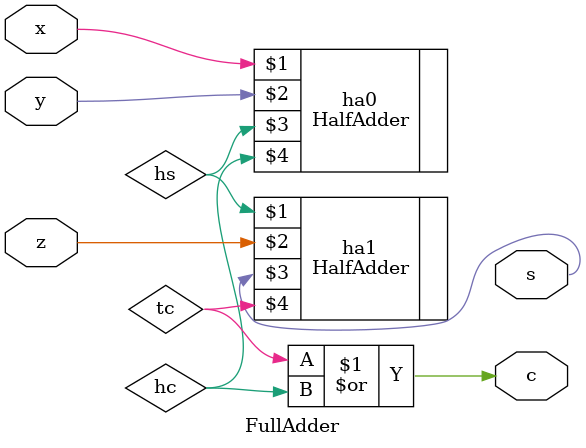
<source format=v>

`include "HalfAdder.v"

module FullAdder(x,y,z,s,c);
	input x,y,z;
	output s,c;
	wire hs,hc,tc;
	
	HalfAdder ha0(x,y,hs,hc);
	HalfAdder ha1(hs,z,s,tc);
	or (c,tc,hc);
endmodule 
</source>
